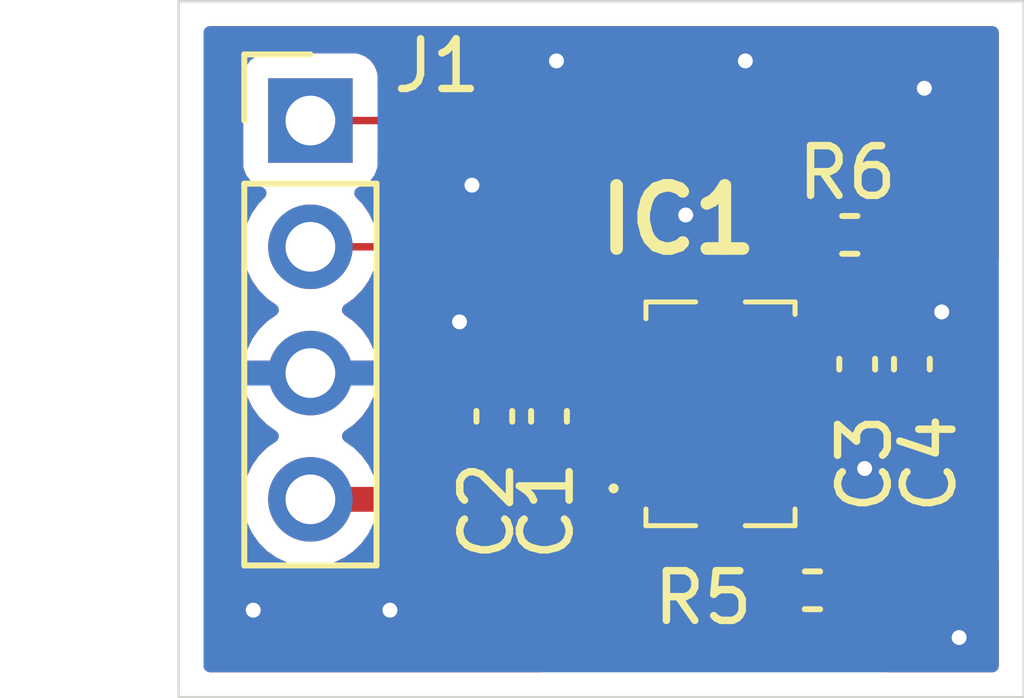
<source format=kicad_pcb>
(kicad_pcb (version 20221018) (generator pcbnew)
  (layers (0 "F.Cu" signal) (31 "B.Cu" signal) (35 "F.Paste" user) (37 "F.SilkS" user "F.Silkscreen") (39 "F.Mask" user) (44 "Edge.Cuts" user))
  (net 0 "")
  (net 1 "VDD")
  (net 2 "GND")
  (net 3 "SCL")
  (net 4 "SDA")
  (net 5 "AD0")
  (net 6 "AD1")
  (footprint "WOBC_librsries:BMI088" (layer "F.Cu") (at 107.9 77.3 90)
    (fp_text reference "IC1" (at 3.9 -0.85 180) (layer "F.SilkS") (effects (font (size 1.27 1.27) (thickness 0.254))))
    (fp_text value "BMI088" hide)
    (fp_line (start -2.25 -1.5) (end -1.915 -1.5) (stroke (width 0.1)) (layer "F.SilkS"))
    (fp_line (start -2.25 -0.5) (end -2.25 -1.5) (stroke (width 0.1)) (layer "F.SilkS"))
    (fp_line (start -2.25 0.5) (end -2.25 0.5) (stroke (width 0.1)) (layer "F.SilkS"))
    (fp_line (start -2.25 1.5) (end -2.25 0.5) (stroke (width 0.1)) (layer "F.SilkS"))
    (fp_line (start -1.915 1.5) (end -2.25 1.5) (stroke (width 0.1)) (layer "F.SilkS"))
    (fp_line (start -1.5 -2.2) (end -1.5 -2.2) (stroke (width 0.1)) (layer "F.SilkS"))
    (fp_line (start -1.5 -2.1) (end -1.5 -2.1) (stroke (width 0.1)) (layer "F.SilkS"))
    (fp_line (start 1.915 -1.5) (end 2.25 -1.5) (stroke (width 0.1)) (layer "F.SilkS"))
    (fp_line (start 2 1.5) (end 2.25 1.5) (stroke (width 0.1)) (layer "F.SilkS"))
    (fp_line (start 2.25 -1.5) (end 2.25 -0.5) (stroke (width 0.1)) (layer "F.SilkS"))
    (fp_line (start 2.25 1.5) (end 2.25 0.5) (stroke (width 0.1)) (layer "F.SilkS"))
    (fp_arc (start -1.5 -2.2) (mid -1.45 -2.15) (end -1.5 -2.1) (stroke (width 0.1)) (layer "F.SilkS"))
    (fp_arc (start -1.5 -2.1) (mid -1.55 -2.15) (end -1.5 -2.2) (stroke (width 0.1)) (layer "F.SilkS"))
    (pad "1" smd rect (at -1.5 -1.165 90) (size 0.25 0.675) (layers "F.Cu" "F.Paste" "F.Mask"))
    (pad "2" smd rect (at -1 -1.165 90) (size 0.25 0.675) (layers "F.Cu" "F.Paste" "F.Mask"))
    (pad "3" smd rect (at -0.5 -1.165 90) (size 0.25 0.675) (layers "F.Cu" "F.Paste" "F.Mask") (net 1 "VDD"))
    (pad "4" smd rect (at 0 -1.165 90) (size 0.25 0.675) (layers "F.Cu" "F.Paste" "F.Mask") (net 2 "GND"))
    (pad "5" smd rect (at 0.5 -1.165 90) (size 0.25 0.675) (layers "F.Cu" "F.Paste" "F.Mask"))
    (pad "6" smd rect (at 1 -1.165 90) (size 0.25 0.675) (layers "F.Cu" "F.Paste" "F.Mask") (net 2 "GND"))
    (pad "7" smd rect (at 1.5 -1.165 90) (size 0.25 0.675) (layers "F.Cu" "F.Paste" "F.Mask") (net 1 "VDD"))
    (pad "8" smd rect (at 1.915 0 180) (size 0.25 0.675) (layers "F.Cu" "F.Paste" "F.Mask") (net 3 "SCL"))
    (pad "9" smd rect (at 1.5 1.165 90) (size 0.25 0.675) (layers "F.Cu" "F.Paste" "F.Mask") (net 4 "SDA"))
    (pad "10" smd rect (at 1 1.165 90) (size 0.25 0.675) (layers "F.Cu" "F.Paste" "F.Mask") (net 6 "AD1"))
    (pad "11" smd rect (at 0.5 1.165 90) (size 0.25 0.675) (layers "F.Cu" "F.Paste" "F.Mask") (net 1 "VDD"))
    (pad "12" smd rect (at 0 1.165 90) (size 0.25 0.675) (layers "F.Cu" "F.Paste" "F.Mask"))
    (pad "13" smd rect (at -0.5 1.165 90) (size 0.25 0.675) (layers "F.Cu" "F.Paste" "F.Mask"))
    (pad "14" smd rect (at -1 1.165 90) (size 0.25 0.675) (layers "F.Cu" "F.Paste" "F.Mask"))
    (pad "15" smd rect (at -1.5 1.165 90) (size 0.25 0.675) (layers "F.Cu" "F.Paste" "F.Mask") (net 5 "AD0"))
    (pad "16" smd rect (at -1.915 0 180) (size 0.25 0.675) (layers "F.Cu" "F.Paste" "F.Mask"))
  )
  (footprint "Resistor_SMD:R_0402_1005Metric" (layer "F.Cu") (at 110.5 73.7)
    (fp_text reference "R6" (at -0.05 -1.25) (layer "F.SilkS"))
    (fp_text value "4.7K")
    (fp_line (start -0.153641 -0.38) (end 0.153641 -0.38) (stroke (width 0.12)) (layer "F.SilkS"))
    (fp_line (start -0.153641 0.38) (end 0.153641 0.38) (stroke (width 0.12)) (layer "F.SilkS"))
    (pad "1" smd roundrect (at -0.51 0) (size 0.54 0.64) (layers "F.Cu" "F.Paste" "F.Mask") (net 6 "AD1"))
    (pad "2" smd roundrect (at 0.51 0) (size 0.54 0.64) (layers "F.Cu" "F.Paste" "F.Mask") (net 1 "VDD"))
  )
  (footprint "Resistor_SMD:R_0402_1005Metric" (layer "F.Cu") (at 109.75 80.85)
    (fp_text reference "R5" (at -2.2 0.15) (layer "F.SilkS"))
    (fp_text value "4.7K")
    (fp_line (start -0.153641 -0.38) (end 0.153641 -0.38) (stroke (width 0.12)) (layer "F.SilkS"))
    (fp_line (start -0.153641 0.38) (end 0.153641 0.38) (stroke (width 0.12)) (layer "F.SilkS"))
    (pad "1" smd roundrect (at -0.51 0) (size 0.54 0.64) (layers "F.Cu" "F.Paste" "F.Mask") (net 5 "AD0"))
    (pad "2" smd roundrect (at 0.51 0) (size 0.54 0.64) (layers "F.Cu" "F.Paste" "F.Mask") (net 1 "VDD"))
  )
  (footprint "Capacitor_SMD:C_0402_1005Metric" (layer "F.Cu") (at 104.45 77.35 90)
    (fp_text reference "C1" (at -1.9 -0.05 90) (layer "F.SilkS"))
    (fp_text value "10μF")
    (fp_line (start -0.107836 -0.36) (end 0.107836 -0.36) (stroke (width 0.12)) (layer "F.SilkS"))
    (fp_line (start -0.107836 0.36) (end 0.107836 0.36) (stroke (width 0.12)) (layer "F.SilkS"))
    (pad "1" smd roundrect (at -0.48 0 90) (size 0.56 0.62) (layers "F.Cu" "F.Paste" "F.Mask") (net 1 "VDD"))
    (pad "2" smd roundrect (at 0.48 0 90) (size 0.56 0.62) (layers "F.Cu" "F.Paste" "F.Mask") (net 2 "GND"))
  )
  (footprint "Capacitor_SMD:C_0402_1005Metric" (layer "F.Cu") (at 110.65 76.3 90)
    (fp_text reference "C3" (at -2 0.15 90) (layer "F.SilkS"))
    (fp_text value "10μF")
    (fp_line (start -0.107836 -0.36) (end 0.107836 -0.36) (stroke (width 0.12)) (layer "F.SilkS"))
    (fp_line (start -0.107836 0.36) (end 0.107836 0.36) (stroke (width 0.12)) (layer "F.SilkS"))
    (pad "1" smd roundrect (at -0.48 0 90) (size 0.56 0.62) (layers "F.Cu" "F.Paste" "F.Mask") (net 1 "VDD"))
    (pad "2" smd roundrect (at 0.48 0 90) (size 0.56 0.62) (layers "F.Cu" "F.Paste" "F.Mask") (net 2 "GND"))
  )
  (footprint "Capacitor_SMD:C_0402_1005Metric" (layer "F.Cu") (at 103.35 77.35 90)
    (fp_text reference "C2" (at -1.9 -0.15 90) (layer "F.SilkS"))
    (fp_text value "100nF")
    (fp_line (start -0.107836 -0.36) (end 0.107836 -0.36) (stroke (width 0.12)) (layer "F.SilkS"))
    (fp_line (start -0.107836 0.36) (end 0.107836 0.36) (stroke (width 0.12)) (layer "F.SilkS"))
    (pad "1" smd roundrect (at -0.48 0 90) (size 0.56 0.62) (layers "F.Cu" "F.Paste" "F.Mask") (net 1 "VDD"))
    (pad "2" smd roundrect (at 0.48 0 90) (size 0.56 0.62) (layers "F.Cu" "F.Paste" "F.Mask") (net 2 "GND"))
  )
  (footprint "Capacitor_SMD:C_0402_1005Metric" (layer "F.Cu") (at 111.75 76.3 90)
    (fp_text reference "C4" (at -2 0.35 90) (layer "F.SilkS"))
    (fp_text value "100nF")
    (fp_line (start -0.107836 -0.36) (end 0.107836 -0.36) (stroke (width 0.12)) (layer "F.SilkS"))
    (fp_line (start -0.107836 0.36) (end 0.107836 0.36) (stroke (width 0.12)) (layer "F.SilkS"))
    (pad "1" smd roundrect (at -0.48 0 90) (size 0.56 0.62) (layers "F.Cu" "F.Paste" "F.Mask") (net 1 "VDD"))
    (pad "2" smd roundrect (at 0.48 0 90) (size 0.56 0.62) (layers "F.Cu" "F.Paste" "F.Mask") (net 2 "GND"))
  )
  (footprint "Connector_PinHeader_2.54mm:PinHeader_1x04_P2.54mm_Vertical" (layer "F.Cu") (at 99.65 71.4)
    (fp_text reference "J1" (at 2.55 -1.1) (layer "F.SilkS"))
    (fp_text value "Conn_01x04_Pin")
    (fp_line (start -1.33 -1.33) (end 0 -1.33) (stroke (width 0.12)) (layer "F.SilkS"))
    (fp_line (start -1.33 0) (end -1.33 -1.33) (stroke (width 0.12)) (layer "F.SilkS"))
    (fp_line (start -1.33 1.27) (end -1.33 8.95) (stroke (width 0.12)) (layer "F.SilkS"))
    (fp_line (start -1.33 1.27) (end 1.33 1.27) (stroke (width 0.12)) (layer "F.SilkS"))
    (fp_line (start -1.33 8.95) (end 1.33 8.95) (stroke (width 0.12)) (layer "F.SilkS"))
    (fp_line (start 1.33 1.27) (end 1.33 8.95) (stroke (width 0.12)) (layer "F.SilkS"))
    (pad "1" thru_hole rect (at 0 0) (size 1.7 1.7) (drill 1) (layers "*.Cu" "*.Mask") (net 4 "SDA"))
    (pad "2" thru_hole oval (at 0 2.54) (size 1.7 1.7) (drill 1) (layers "*.Cu" "*.Mask") (net 3 "SCL"))
    (pad "3" thru_hole oval (at 0 5.08) (size 1.7 1.7) (drill 1) (layers "*.Cu" "*.Mask") (net 2 "GND"))
    (pad "4" thru_hole oval (at 0 7.62) (size 1.7 1.7) (drill 1) (layers "*.Cu" "*.Mask") (net 1 "VDD"))
  )
  (gr_line (start 114 69) (end 97 69) (stroke (width 0.05)) (layer "Edge.Cuts"))
  (gr_line (start 97 69) (end 97 83) (stroke (width 0.05)) (layer "Edge.Cuts"))
  (gr_line (start 97 83) (end 114 83) (stroke (width 0.05)) (layer "Edge.Cuts"))
  (gr_line (start 114 69) (end 114 70) (stroke (width 0.05)) (layer "Edge.Cuts"))
  (gr_line (start 114 83) (end 114 70) (stroke (width 0.05)) (layer "Edge.Cuts"))
  (segment (start 113.25 75.05) (end 113.25 77.7) (width 0.15) (layer "F.Cu") (net 1))
  (segment (start 102.16 79.02) (end 103.35 77.83) (width 0.5) (layer "F.Cu") (net 1))
  (segment (start 106.735 77.8) (end 104.48 77.8) (width 0.3) (layer "F.Cu") (net 1))
  (segment (start 109.7 81.8) (end 108.55 81.8) (width 0.15) (layer "F.Cu") (net 1))
  (segment (start 108.55 81.8) (end 110.6 81.8) (width 0.5) (layer "F.Cu") (net 1))
  (segment (start 111.75 76.78) (end 110.65 76.78) (width 0.5) (layer "F.Cu") (net 1))
  (segment (start 104.95 81.8) (end 108.55 81.8) (width 0.5) (layer "F.Cu") (net 1))
  (segment (start 104.48 77.8) (end 104.45 77.83) (width 0.3) (layer "F.Cu") (net 1))
  (segment (start 113.25 77.7) (end 113.2 77.75) (width 0.15) (layer "F.Cu") (net 1))
  (segment (start 112.23 76.78) (end 111.75 76.78) (width 0.5) (layer "F.Cu") (net 1))
  (segment (start 110.6 81.8) (end 113.2 79.2) (width 0.5) (layer "F.Cu") (net 1))
  (segment (start 107.85 76.4) (end 107.85 77.3475) (width 0.3) (layer "F.Cu") (net 1))
  (segment (start 102.17 79.02) (end 104.95 81.8) (width 0.5) (layer "F.Cu") (net 1))
  (segment (start 107.3975 77.8) (end 106.735 77.8) (width 0.3) (layer "F.Cu") (net 1))
  (segment (start 110.63 76.8) (end 110.65 76.78) (width 0.3) (layer "F.Cu") (net 1))
  (segment (start 107.85 77.3475) (end 107.3975 77.8) (width 0.3) (layer "F.Cu") (net 1))
  (segment (start 113.2 77.75) (end 112.23 76.78) (width 0.5) (layer "F.Cu") (net 1))
  (segment (start 113.2 79.2) (end 113.2 77.75) (width 0.5) (layer "F.Cu") (net 1))
  (segment (start 99.65 79.02) (end 102.16 79.02) (width 0.5) (layer "F.Cu") (net 1))
  (segment (start 107.8 76.4) (end 107.85 76.4) (width 0.3) (layer "F.Cu") (net 1))
  (segment (start 111.01 73.7) (end 111.9 73.7) (width 0.15) (layer "F.Cu") (net 1))
  (segment (start 109.065 76.8) (end 110.63 76.8) (width 0.3) (layer "F.Cu") (net 1))
  (segment (start 111.9 73.7) (end 113.25 75.05) (width 0.15) (layer "F.Cu") (net 1))
  (segment (start 110.26 80.85) (end 110.4 80.99) (width 0.15) (layer "F.Cu") (net 1))
  (segment (start 107.2 75.8) (end 107.8 76.4) (width 0.3) (layer "F.Cu") (net 1))
  (segment (start 110.26 81.24) (end 109.7 81.8) (width 0.15) (layer "F.Cu") (net 1))
  (segment (start 103.35 77.83) (end 104.45 77.83) (width 0.5) (layer "F.Cu") (net 1))
  (segment (start 110.26 80.85) (end 110.26 81.24) (width 0.15) (layer "F.Cu") (net 1))
  (segment (start 106.735 75.8) (end 107.2 75.8) (width 0.3) (layer "F.Cu") (net 1))
  (segment (start 102.16 79.02) (end 102.17 79.02) (width 0.5) (layer "F.Cu") (net 1))
  (segment (start 102.65 75.45) (end 101.65 76.45) (width 0.5) (layer "F.Cu") (net 2))
  (segment (start 105.7 77.3) (end 105.27 76.87) (width 0.3) (layer "F.Cu") (net 2))
  (segment (start 105.27 76.87) (end 105.84 76.3) (width 0.3) (layer "F.Cu") (net 2))
  (segment (start 110.65 75.82) (end 111.75 75.82) (width 0.5) (layer "F.Cu") (net 2))
  (segment (start 106.735 77.3) (end 105.7 77.3) (width 0.3) (layer "F.Cu") (net 2))
  (segment (start 101.65 76.45) (end 101.5 76.45) (width 0.5) (layer "F.Cu") (net 2))
  (segment (start 102.96 76.48) (end 103.35 76.87) (width 0.5) (layer "F.Cu") (net 2))
  (segment (start 105.84 76.3) (end 106.735 76.3) (width 0.3) (layer "F.Cu") (net 2))
  (segment (start 111.78 75.82) (end 112.35 75.25) (width 0.5) (layer "F.Cu") (net 2))
  (segment (start 111.75 75.82) (end 111.78 75.82) (width 0.5) (layer "F.Cu") (net 2))
  (segment (start 112.35 75.25) (end 112.25 75.35) (width 0.5) (layer "F.Cu") (net 2))
  (segment (start 99.65 76.48) (end 101.5 76.48) (width 0.5) (layer "F.Cu") (net 2))
  (segment (start 105.27 76.87) (end 104.45 76.87) (width 0.3) (layer "F.Cu") (net 2))
  (segment (start 101.5 76.48) (end 101.5 76.45) (width 0.5) (layer "F.Cu") (net 2))
  (segment (start 101.5 76.48) (end 102.96 76.48) (width 0.5) (layer "F.Cu") (net 2))
  (segment (start 103.35 76.87) (end 104.45 76.87) (width 0.5) (layer "F.Cu") (net 2))
  (via (at 110.8 78.4) (size 0.6) (drill 0.3) (layers "F.Cu" "B.Cu") (net 2))
  (via (at 98.5 81.25) (size 0.6) (drill 0.3) (layers "F.Cu" "B.Cu") (net 2))
  (via (at 101.25 81.25) (size 0.6) (drill 0.3) (layers "F.Cu" "B.Cu") (net 2))
  (via (at 107.2 73.3) (size 0.6) (drill 0.3) (layers "F.Cu" "B.Cu") (net 2))
  (via (at 102.65 75.45) (size 0.6) (drill 0.3) (layers "F.Cu" "B.Cu") (net 2))
  (via (at 112.35 75.25) (size 0.6) (drill 0.3) (layers "F.Cu" "B.Cu") (net 2))
  (via (at 112 70.75) (size 0.6) (drill 0.3) (layers "F.Cu" "B.Cu") (net 2))
  (via (at 102.9 72.7) (size 0.6) (drill 0.3) (layers "F.Cu" "B.Cu") (net 2))
  (via (at 104.6 70.2) (size 0.6) (drill 0.3) (layers "F.Cu" "B.Cu") (net 2))
  (via (at 108.4 70.2) (size 0.6) (drill 0.3) (layers "F.Cu" "B.Cu") (net 2))
  (via (at 112.7 81.8) (size 0.6) (drill 0.3) (layers "F.Cu" "B.Cu") (net 2))
  (segment (start 102.6 75.45) (end 102.7 75.35) (width 0.5) (layer "B.Cu") (net 2))
  (segment (start 112.1 72.3) (end 113 73.2) (width 0.5) (layer "B.Cu") (net 2))
  (segment (start 113 74.6) (end 112.35 75.25) (width 0.5) (layer "B.Cu") (net 2))
  (segment (start 113 73.2) (end 113 74.6) (width 0.5) (layer "B.Cu") (net 2))
  (segment (start 102.65 75.45) (end 102.6 75.45) (width 0.5) (layer "B.Cu") (net 2))
  (segment (start 102.65 75.45) (end 102.65 75.4) (width 0.5) (layer "B.Cu") (net 2))
  (segment (start 102.65 75.4) (end 105.75 72.3) (width 0.5) (layer "B.Cu") (net 2))
  (segment (start 105.75 72.3) (end 112.1 72.3) (width 0.5) (layer "B.Cu") (net 2))
  (segment (start 107.365 74.85) (end 107.9 75.385) (width 0.15) (layer "F.Cu") (net 3))
  (segment (start 99.65 73.94) (end 103.39 73.94) (width 0.15) (layer "F.Cu") (net 3))
  (segment (start 103.39 73.94) (end 104.3 74.85) (width 0.15) (layer "F.Cu") (net 3))
  (segment (start 104.3 74.85) (end 107.365 74.85) (width 0.15) (layer "F.Cu") (net 3))
  (segment (start 109.25 74.25) (end 109.5 74.5) (width 0.15) (layer "F.Cu") (net 4))
  (segment (start 109.5 75.365) (end 109.065 75.8) (width 0.15) (layer "F.Cu") (net 4))
  (segment (start 99.65 71.4) (end 108.9 71.4) (width 0.15) (layer "F.Cu") (net 4))
  (segment (start 108.9 71.4) (end 109.25 71.75) (width 0.15) (layer "F.Cu") (net 4))
  (segment (start 109.1 75.765) (end 109.065 75.8) (width 0.15) (layer "F.Cu") (net 4))
  (segment (start 109.5 74.5) (end 109.5 75.365) (width 0.15) (layer "F.Cu") (net 4))
  (segment (start 109.25 71.75) (end 109.25 74.25) (width 0.15) (layer "F.Cu") (net 4))
  (segment (start 109.065 78.8) (end 109.065 80.675) (width 0.15) (layer "F.Cu") (net 5))
  (segment (start 109.065 80.675) (end 109.24 80.85) (width 0.15) (layer "F.Cu") (net 5))
  (segment (start 109.5775 76.3) (end 109.85 76.0275) (width 0.15) (layer "F.Cu") (net 6))
  (segment (start 109.85 73.84) (end 109.99 73.7) (width 0.15) (layer "F.Cu") (net 6))
  (segment (start 109.85 76.0275) (end 109.85 73.84) (width 0.15) (layer "F.Cu") (net 6))
  (segment (start 109.065 76.3) (end 109.5775 76.3) (width 0.15) (layer "F.Cu") (net 6))
  (zone (net 2) (net_name "GND") (layer "F.Cu") (priority 6) (connect_pads (clearance 0.5)) (min_thickness 0.25) (fill yes (thermal_gap 0.5) (thermal_bridge_width 0.5))
    (polygon (pts (xy 110.5 82.5) (xy 113.7 79.3) (xy 113.75 79.35) (xy 113.75 82.75) (xy 111.05 82.75) (xy 110.6 82.3) (xy 110.5 82.4)))
  )
  (zone (net 2) (net_name "GND") (layer "F.Cu") (priority 2) (connect_pads (clearance 0.5)) (min_thickness 0.25) (fill yes (thermal_gap 0.5) (thermal_bridge_width 0.5))
    (polygon (pts (xy 101.25 72) (xy 101.25 73.5) (xy 104 73.5) (xy 104.75 74.25) (xy 106.947105 74.25) (xy 108.75 75.11747) (xy 106.609642 73) (xy 106.510514 72) (xy 102.5 72)))
  )
  (zone (net 2) (net_name "GND") (layer "F.Cu") (priority 1) (connect_pads (clearance 0.5)) (min_thickness 0.25) (fill yes (thermal_gap 0.5) (thermal_bridge_width 0.5))
    (polygon (pts (xy 113.75 69.25) (xy 113.75 82.75) (xy 97.25 82.75) (xy 97.25 69.25)))
  )
  (zone (net 2) (net_name "GND") (layer "F.Cu") (priority 5) (connect_pads (clearance 0.5)) (min_thickness 0.25) (fill yes (thermal_gap 0.5) (thermal_bridge_width 0.5))
    (polygon (pts (xy 110 77.8) (xy 110 80.1) (xy 111.3 80.1) (xy 112.2 79.2) (xy 112.2 78.1) (xy 111.7 77.6) (xy 110.2 77.6)))
  )
  (zone (net 2) (net_name "GND") (layer "F.Cu") (priority 4) (connect_pads (clearance 0.5)) (min_thickness 0.25) (fill yes (thermal_gap 0.5) (thermal_bridge_width 0.5))
    (polygon (pts (xy 106.510514 72) (xy 108.7 72) (xy 108.8 72.1) (xy 108.8 74.6) (xy 109.1 74.9) (xy 109.1 75.2) (xy 108.8 75.5) (xy 108.25 75.5) (xy 108.25 75) (xy 107.5 74.25) (xy 106.947105 74.25) (xy 106.510514 73.813409)))
  )
  (zone (net 2) (net_name "GND") (layer "B.Cu") (connect_pads (clearance 0.5)) (min_thickness 0.25) (fill yes (thermal_gap 0.5) (thermal_bridge_width 0.5))
    (polygon (pts (xy 113.75 69.25) (xy 113.75 82.75) (xy 97.25 82.75) (xy 97.25 69.25)))
  )
)
</source>
